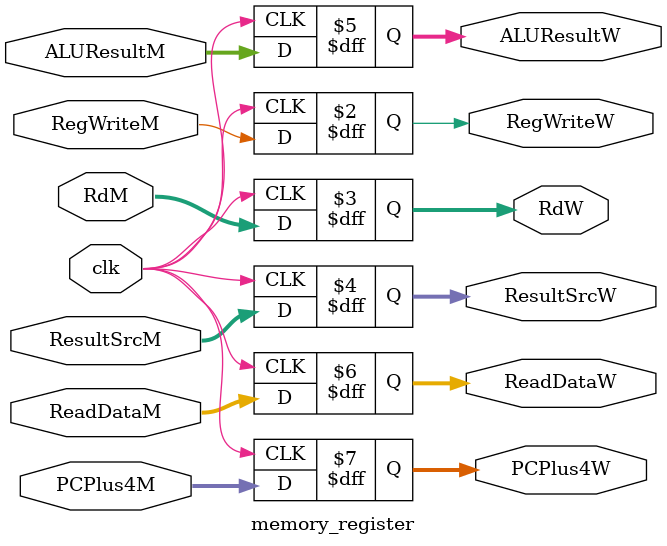
<source format=v>
`timescale 1ns / 1ps


module memory_register(
input clk,
input RegWriteM,
input [4:0] RdM,
input [1:0] ResultSrcM,
input [31:0] ALUResultM,ReadDataM,PCPlus4M,
output reg RegWriteW,
output reg [4:0] RdW,
output reg [1:0] ResultSrcW,
output reg [31:0] ALUResultW,ReadDataW,PCPlus4W
    );
    
    always @ (posedge clk)
    begin
        RegWriteW <= RegWriteM;
        ResultSrcW <= ResultSrcM;
        ALUResultW <= ALUResultM;
        ReadDataW <= ReadDataM;
        PCPlus4W <= PCPlus4M;
        RdW <= RdM;
    end
    
endmodule

</source>
